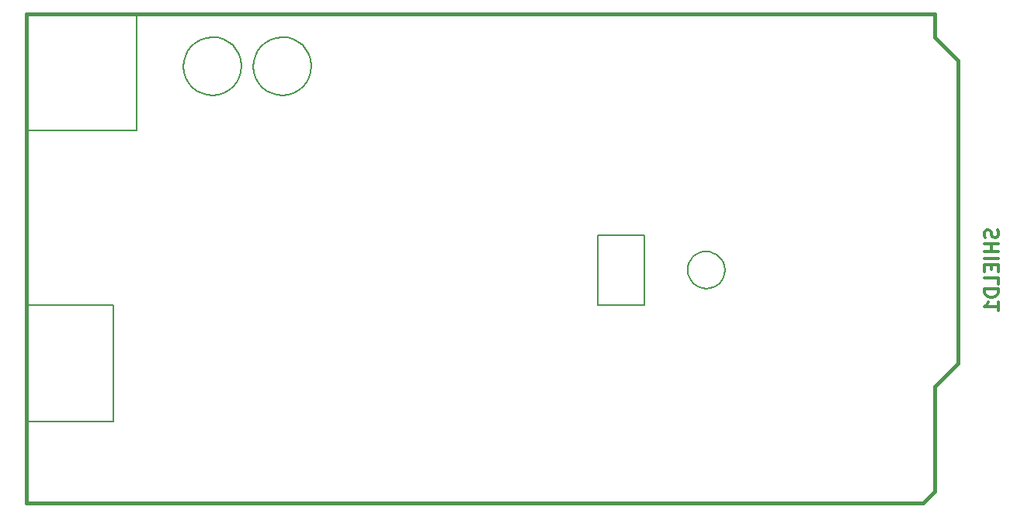
<source format=gbo>
G04 (created by PCBNEW-RS274X (2011-07-19)-testing) date Tue 31 Jan 2012 04:13:43 PM PST*
G01*
G70*
G90*
%MOIN*%
G04 Gerber Fmt 3.4, Leading zero omitted, Abs format*
%FSLAX34Y34*%
G04 APERTURE LIST*
%ADD10C,0.006000*%
%ADD11C,0.005000*%
%ADD12C,0.015000*%
%ADD13C,0.012000*%
G04 APERTURE END LIST*
G54D10*
G54D11*
X22750Y-66250D02*
X22726Y-66492D01*
X22655Y-66726D01*
X22541Y-66941D01*
X22386Y-67130D01*
X22198Y-67286D01*
X21984Y-67402D01*
X21751Y-67474D01*
X21508Y-67499D01*
X21266Y-67477D01*
X21032Y-67408D01*
X20816Y-67295D01*
X20626Y-67143D01*
X20469Y-66956D01*
X20352Y-66742D01*
X20278Y-66509D01*
X20251Y-66267D01*
X20271Y-66025D01*
X20338Y-65790D01*
X20450Y-65573D01*
X20601Y-65382D01*
X20787Y-65224D01*
X21000Y-65105D01*
X21232Y-65030D01*
X21474Y-65001D01*
X21717Y-65019D01*
X21952Y-65085D01*
X22169Y-65195D01*
X22362Y-65345D01*
X22521Y-65530D01*
X22641Y-65742D01*
X22718Y-65974D01*
X22749Y-66216D01*
X22750Y-66250D01*
X19750Y-66250D02*
X19726Y-66492D01*
X19655Y-66726D01*
X19541Y-66941D01*
X19386Y-67130D01*
X19198Y-67286D01*
X18984Y-67402D01*
X18751Y-67474D01*
X18508Y-67499D01*
X18266Y-67477D01*
X18032Y-67408D01*
X17816Y-67295D01*
X17626Y-67143D01*
X17469Y-66956D01*
X17352Y-66742D01*
X17278Y-66509D01*
X17251Y-66267D01*
X17271Y-66025D01*
X17338Y-65790D01*
X17450Y-65573D01*
X17601Y-65382D01*
X17787Y-65224D01*
X18000Y-65105D01*
X18232Y-65030D01*
X18474Y-65001D01*
X18717Y-65019D01*
X18952Y-65085D01*
X19169Y-65195D01*
X19362Y-65345D01*
X19521Y-65530D01*
X19641Y-65742D01*
X19718Y-65974D01*
X19749Y-66216D01*
X19750Y-66250D01*
X10500Y-69000D02*
X15250Y-69000D01*
X15250Y-69000D02*
X15250Y-64000D01*
X10500Y-81500D02*
X14250Y-81500D01*
X14250Y-81500D02*
X14250Y-76500D01*
X14250Y-76500D02*
X10500Y-76500D01*
X35050Y-76500D02*
X35050Y-73500D01*
X35050Y-73500D02*
X37050Y-73500D01*
X37050Y-73500D02*
X37050Y-76500D01*
X37050Y-76500D02*
X35050Y-76500D01*
X40500Y-75000D02*
X40484Y-75155D01*
X40439Y-75304D01*
X40366Y-75442D01*
X40267Y-75563D01*
X40147Y-75663D01*
X40010Y-75737D01*
X39860Y-75783D01*
X39705Y-75799D01*
X39551Y-75785D01*
X39401Y-75741D01*
X39262Y-75669D01*
X39141Y-75571D01*
X39040Y-75451D01*
X38965Y-75315D01*
X38918Y-75166D01*
X38901Y-75011D01*
X38914Y-74856D01*
X38957Y-74706D01*
X39028Y-74567D01*
X39125Y-74445D01*
X39244Y-74344D01*
X39380Y-74267D01*
X39529Y-74219D01*
X39684Y-74201D01*
X39838Y-74213D01*
X39989Y-74255D01*
X40128Y-74325D01*
X40251Y-74421D01*
X40353Y-74539D01*
X40430Y-74675D01*
X40480Y-74823D01*
X40499Y-74978D01*
X40500Y-75000D01*
G54D12*
X49500Y-64000D02*
X10500Y-64000D01*
X49000Y-85000D02*
X10500Y-85000D01*
X49500Y-80000D02*
X49500Y-84500D01*
X49500Y-84500D02*
X49000Y-85000D01*
X10500Y-64000D02*
X10500Y-85000D01*
X49500Y-80000D02*
X50500Y-79000D01*
X50500Y-79000D02*
X50500Y-66000D01*
X50500Y-66000D02*
X49500Y-65000D01*
X49500Y-65000D02*
X49500Y-64000D01*
G54D13*
X52214Y-73271D02*
X52243Y-73357D01*
X52243Y-73500D01*
X52214Y-73557D01*
X52186Y-73586D01*
X52129Y-73614D01*
X52071Y-73614D01*
X52014Y-73586D01*
X51986Y-73557D01*
X51957Y-73500D01*
X51929Y-73386D01*
X51900Y-73328D01*
X51871Y-73300D01*
X51814Y-73271D01*
X51757Y-73271D01*
X51700Y-73300D01*
X51671Y-73328D01*
X51643Y-73386D01*
X51643Y-73528D01*
X51671Y-73614D01*
X52243Y-73871D02*
X51643Y-73871D01*
X51929Y-73871D02*
X51929Y-74214D01*
X52243Y-74214D02*
X51643Y-74214D01*
X52243Y-74500D02*
X51643Y-74500D01*
X51929Y-74786D02*
X51929Y-74986D01*
X52243Y-75072D02*
X52243Y-74786D01*
X51643Y-74786D01*
X51643Y-75072D01*
X52243Y-75615D02*
X52243Y-75329D01*
X51643Y-75329D01*
X52243Y-75815D02*
X51643Y-75815D01*
X51643Y-75958D01*
X51671Y-76043D01*
X51729Y-76101D01*
X51786Y-76129D01*
X51900Y-76158D01*
X51986Y-76158D01*
X52100Y-76129D01*
X52157Y-76101D01*
X52214Y-76043D01*
X52243Y-75958D01*
X52243Y-75815D01*
X52243Y-76729D02*
X52243Y-76386D01*
X52243Y-76558D02*
X51643Y-76558D01*
X51729Y-76501D01*
X51786Y-76443D01*
X51814Y-76386D01*
M02*

</source>
